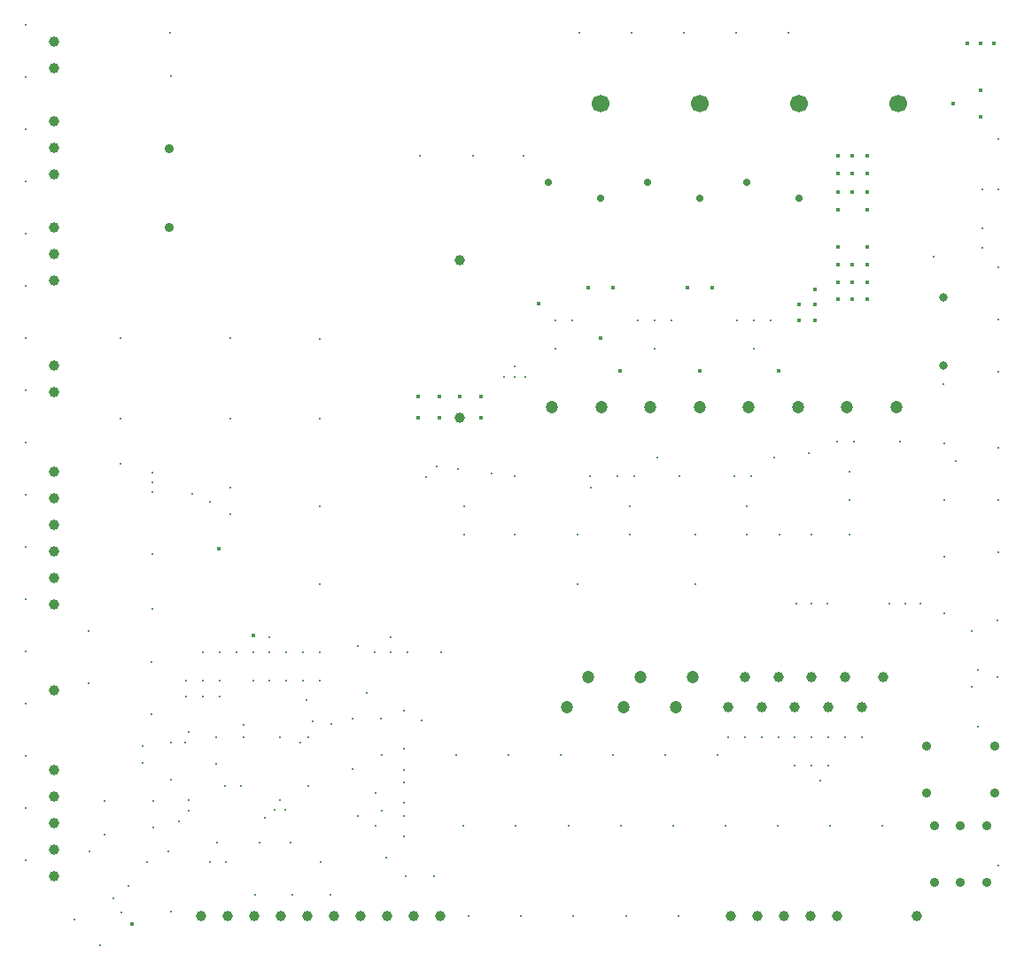
<source format=gbr>
%TF.GenerationSoftware,KiCad,Pcbnew,8.0.2*%
%TF.CreationDate,2024-05-14T20:48:34+07:00*%
%TF.ProjectId,HW.ACIM-INV,48572e41-4349-44d2-9d49-4e562e6b6963,0.0*%
%TF.SameCoordinates,Original*%
%TF.FileFunction,Plated,1,4,PTH,Drill*%
%TF.FilePolarity,Positive*%
%FSLAX46Y46*%
G04 Gerber Fmt 4.6, Leading zero omitted, Abs format (unit mm)*
G04 Created by KiCad (PCBNEW 8.0.2) date 2024-05-14 20:48:34*
%MOMM*%
%LPD*%
G01*
G04 APERTURE LIST*
%TA.AperFunction,ViaDrill*%
%ADD10C,0.300000*%
%TD*%
%TA.AperFunction,ViaDrill*%
%ADD11C,0.400000*%
%TD*%
%TA.AperFunction,ComponentDrill*%
%ADD12C,0.700000*%
%TD*%
%TA.AperFunction,ComponentDrill*%
%ADD13C,0.800000*%
%TD*%
%TA.AperFunction,ComponentDrill*%
%ADD14C,0.900000*%
%TD*%
%TA.AperFunction,ComponentDrill*%
%ADD15C,1.000000*%
%TD*%
%TA.AperFunction,ComponentDrill*%
%ADD16C,1.200000*%
%TD*%
%TA.AperFunction,ComponentDrill*%
%ADD17C,1.700000*%
%TD*%
G04 APERTURE END LIST*
D10*
X98725000Y-43750100D03*
X98725000Y-48750100D03*
X98725000Y-53750100D03*
X98725000Y-58750100D03*
X98725000Y-63750100D03*
X98725000Y-68750100D03*
X98725000Y-73750100D03*
X98725000Y-78750100D03*
X98725000Y-83750100D03*
X98725000Y-88750100D03*
X98725000Y-93750100D03*
X98725000Y-98750100D03*
X98725000Y-103750100D03*
X98725000Y-108750100D03*
X98725000Y-113750100D03*
X98725000Y-118750100D03*
X98725000Y-123750100D03*
X103325000Y-129350100D03*
X104725000Y-101750100D03*
X104725000Y-106750100D03*
X104818700Y-122845100D03*
X105825000Y-131850100D03*
X106218700Y-118045100D03*
X106218700Y-121245100D03*
X107118700Y-127345100D03*
X107750000Y-85775200D03*
X107775000Y-73725000D03*
X107775000Y-81425000D03*
X107818700Y-128745100D03*
X108518700Y-126145100D03*
X109843700Y-112775100D03*
X109843700Y-114375100D03*
X110293700Y-123850100D03*
X110725000Y-104750100D03*
X110725000Y-109750100D03*
X110800000Y-86650200D03*
X110800000Y-87550200D03*
X110800000Y-88450200D03*
X110800000Y-94450200D03*
X110800000Y-99650200D03*
X110918700Y-118045100D03*
X110918700Y-120545100D03*
X112318700Y-122845100D03*
X112515000Y-44535000D03*
X112543700Y-112475100D03*
X112543700Y-115975100D03*
X112565000Y-48685000D03*
X112618700Y-128645100D03*
X113368700Y-119975100D03*
X113968700Y-112475100D03*
X114018700Y-106525100D03*
X114018700Y-108050100D03*
X114268700Y-111475100D03*
X114268700Y-117975100D03*
X114268700Y-118975100D03*
X114650000Y-88675200D03*
X115618700Y-103825100D03*
X115618700Y-106525100D03*
X115618700Y-108050100D03*
X116268700Y-123900100D03*
X116300000Y-89450200D03*
X116868700Y-111975100D03*
X116868700Y-114475100D03*
X117018700Y-122025100D03*
X117218700Y-103825100D03*
X117218700Y-106525100D03*
X117218700Y-108050100D03*
X117768700Y-116625100D03*
X117868700Y-123900100D03*
X118225000Y-73775000D03*
X118225000Y-81475000D03*
X118250000Y-88025200D03*
X118250000Y-90625200D03*
X118818700Y-103825100D03*
X119268700Y-116625100D03*
X119518700Y-110750100D03*
X119518700Y-111950100D03*
X120418700Y-103825100D03*
X120418700Y-106525100D03*
X120668700Y-127050100D03*
X121018700Y-122025100D03*
X121518700Y-119675100D03*
X122018700Y-102400100D03*
X122018700Y-103825100D03*
X122018700Y-106525100D03*
X122518700Y-118925100D03*
X123018700Y-111950100D03*
X123018700Y-117925100D03*
X123518700Y-118925100D03*
X123618700Y-103825100D03*
X123618700Y-106525100D03*
X124018700Y-122025100D03*
X124168700Y-127050100D03*
X124968700Y-112475100D03*
X125218700Y-103825100D03*
X125218700Y-106525100D03*
X125518700Y-108425100D03*
X125668700Y-111975100D03*
X125668700Y-116625100D03*
X126118700Y-110445100D03*
X126818700Y-103825100D03*
X126818700Y-106525100D03*
X126825000Y-73825000D03*
X126825000Y-81425000D03*
X126825000Y-89875000D03*
X126825000Y-97275000D03*
X126918700Y-123850100D03*
X127818700Y-127050100D03*
X127868700Y-110675100D03*
X129968700Y-110175100D03*
X129968700Y-114975100D03*
X130418700Y-103225100D03*
X130418700Y-119450100D03*
X131318700Y-107675100D03*
X132018700Y-103825100D03*
X132168700Y-117275100D03*
X132168700Y-120375100D03*
X132668700Y-110175100D03*
X132718700Y-113600100D03*
X132718700Y-118950100D03*
X133168700Y-123450100D03*
X133618700Y-102350100D03*
X133618700Y-103825100D03*
X134818700Y-109375100D03*
X134818700Y-113050100D03*
X134818700Y-115050100D03*
X134818700Y-116250100D03*
X134818700Y-118250100D03*
X134818700Y-119450100D03*
X134818700Y-121450100D03*
X135018700Y-125250100D03*
X135218700Y-103825100D03*
X136365000Y-56285000D03*
X136568700Y-110325100D03*
X136972811Y-87025715D03*
X137718700Y-125250100D03*
X137975000Y-86000000D03*
X138418700Y-103825100D03*
X139825000Y-113650100D03*
X140025000Y-86250000D03*
X140561100Y-120450100D03*
X140625000Y-89875000D03*
X140625000Y-92575000D03*
X141061100Y-129050100D03*
X141465000Y-56285000D03*
X143225000Y-86725000D03*
X144425000Y-77450000D03*
X144825000Y-113650100D03*
X145425000Y-76450000D03*
X145425000Y-77450000D03*
X145425000Y-86975000D03*
X145475000Y-92575000D03*
X145561100Y-120450100D03*
X146061100Y-129050100D03*
X146315000Y-56285000D03*
X146425000Y-77450000D03*
X149325000Y-72060000D03*
X149325000Y-74760000D03*
X149825000Y-113650100D03*
X150561100Y-120450100D03*
X150925000Y-72060000D03*
X151061100Y-129050100D03*
X151425000Y-92575000D03*
X151475000Y-97275000D03*
X151637500Y-44530000D03*
X152625000Y-86975000D03*
X152675715Y-88077189D03*
X154825000Y-113650100D03*
X155225000Y-86975000D03*
X155561100Y-120450100D03*
X156061100Y-129050100D03*
X156425000Y-89875000D03*
X156425000Y-92575000D03*
X156637500Y-44530000D03*
X156825000Y-86975000D03*
X157225000Y-72060000D03*
X158825000Y-72060000D03*
X158825000Y-74760000D03*
X159025000Y-85225000D03*
X159825000Y-113650100D03*
X160425000Y-72060000D03*
X160561100Y-120450100D03*
X161061100Y-129050100D03*
X161225000Y-86975000D03*
X161637500Y-44530000D03*
X162725000Y-92575000D03*
X162725000Y-97275000D03*
X164825000Y-113650100D03*
X165561100Y-120450100D03*
X165825000Y-111950000D03*
X166425000Y-86975000D03*
X166637500Y-44530000D03*
X166725000Y-72060000D03*
X167425000Y-111950000D03*
X167625000Y-89875000D03*
X167625000Y-92575000D03*
X168025000Y-86975000D03*
X168325000Y-72060000D03*
X168325000Y-74760000D03*
X169025000Y-111950000D03*
X169925000Y-72060000D03*
X170225000Y-85175000D03*
X170561100Y-120450100D03*
X170625000Y-111950000D03*
X170725000Y-92575000D03*
X171637500Y-44530000D03*
X172225000Y-111950000D03*
X172225000Y-114650000D03*
X172337500Y-99155000D03*
X173575000Y-84775000D03*
X173825000Y-92575000D03*
X173825000Y-111950000D03*
X173825000Y-114675000D03*
X173837500Y-99155000D03*
X173837500Y-99155000D03*
X174625000Y-116075000D03*
X175337500Y-99155000D03*
X175425000Y-111950000D03*
X175425000Y-114650000D03*
X175561100Y-120450100D03*
X176225000Y-83650000D03*
X177025000Y-111950000D03*
X177425000Y-86575100D03*
X177425000Y-89275000D03*
X177475000Y-92575000D03*
X177825000Y-83650000D03*
X178625000Y-111950000D03*
X180561100Y-120450100D03*
X181237500Y-99155000D03*
X182225000Y-83650000D03*
X182737500Y-99155000D03*
X184237500Y-99155000D03*
X185462500Y-65955000D03*
X186415000Y-78185000D03*
X186487500Y-83855000D03*
X186487500Y-89255000D03*
X186487500Y-94655000D03*
X186487500Y-100055000D03*
X187587500Y-85555000D03*
X189112500Y-101755000D03*
X189112500Y-107155000D03*
X189687500Y-105505000D03*
X189687500Y-110905000D03*
X190137500Y-65155000D03*
X190162500Y-59555000D03*
X190162500Y-63255000D03*
X191612500Y-100755000D03*
X191612500Y-106155000D03*
X191637500Y-54680000D03*
X191637500Y-59530000D03*
X191637500Y-66955000D03*
X191637500Y-71955000D03*
X191637500Y-76955000D03*
X191637500Y-84255000D03*
X191637500Y-89255000D03*
X191637500Y-94255000D03*
X191637500Y-124255000D03*
D11*
X108900000Y-129805200D03*
X117150000Y-93905200D03*
X120418700Y-102200100D03*
X136225000Y-79350000D03*
X136225000Y-81350000D03*
X138225000Y-79350000D03*
X138225000Y-81350000D03*
X140225000Y-79350000D03*
X142225000Y-79350000D03*
X142225000Y-81350000D03*
X147725000Y-70450100D03*
X152425000Y-68940000D03*
X153625000Y-73790000D03*
X154825000Y-68940000D03*
X155475000Y-76850000D03*
X161925000Y-68940000D03*
X163125000Y-76850000D03*
X164325000Y-68940000D03*
X170625000Y-76850000D03*
X172625000Y-70560000D03*
X172625000Y-72060000D03*
X174125000Y-69060000D03*
X174125000Y-70560000D03*
X174125000Y-72060000D03*
X176312500Y-56305000D03*
X176312500Y-58005000D03*
X176312500Y-59805000D03*
X176312500Y-61505000D03*
X176312500Y-65005000D03*
X176312500Y-66705000D03*
X176312500Y-68405000D03*
X176312500Y-70005000D03*
X177712500Y-56305000D03*
X177712500Y-58005000D03*
X177712500Y-59805000D03*
X177712500Y-66705000D03*
X177712500Y-68405000D03*
X177712500Y-70005000D03*
X179112500Y-56305000D03*
X179112500Y-58005000D03*
X179112500Y-59805000D03*
X179112500Y-61505000D03*
X179112500Y-65005000D03*
X179112500Y-66705000D03*
X179112500Y-68405000D03*
X179112500Y-70005000D03*
X187332000Y-51350000D03*
X188729000Y-45580000D03*
X189999000Y-45580000D03*
X189999000Y-50080000D03*
X189999000Y-52620000D03*
X191269000Y-45580000D03*
D12*
%TO.C,M3*%
X148625000Y-58850000D03*
X153625000Y-60350000D03*
%TO.C,M2*%
X158125000Y-58850000D03*
X163125000Y-60350000D03*
%TO.C,M1*%
X167625000Y-58850000D03*
X172625000Y-60350000D03*
D13*
%TO.C,BZ1*%
X186412500Y-69855000D03*
X186412500Y-76355000D03*
D14*
%TO.C,C75*%
X112450000Y-55678900D03*
X112450000Y-63178900D03*
%TO.C,BT1*%
X184811100Y-112800100D03*
X184811100Y-117300100D03*
%TO.C,SW1*%
X185561100Y-120450100D03*
X185561100Y-125850100D03*
X188061100Y-120450100D03*
X188061100Y-125850100D03*
X190561100Y-120450100D03*
X190561100Y-125850100D03*
%TO.C,BT1*%
X191311100Y-112800100D03*
X191311100Y-117300100D03*
D15*
%TO.C,J1*%
X101450000Y-45398900D03*
X101450000Y-47938900D03*
X101450000Y-53018900D03*
X101450000Y-55558900D03*
X101450000Y-58098900D03*
X101450000Y-63178900D03*
X101450000Y-65718900D03*
X101450000Y-68258900D03*
%TO.C,J4*%
X101450000Y-76415200D03*
X101450000Y-78955200D03*
X101450000Y-86575200D03*
X101450000Y-89115200D03*
X101450000Y-91655200D03*
X101450000Y-94195200D03*
X101450000Y-96735200D03*
X101450000Y-99275200D03*
%TO.C,J5*%
X101450000Y-107431100D03*
X101450000Y-115051100D03*
X101450000Y-117591100D03*
X101450000Y-120131100D03*
X101450000Y-122671100D03*
X101450000Y-125211100D03*
%TO.C,J6*%
X115458700Y-129050100D03*
X117998700Y-129050100D03*
X120538700Y-129050100D03*
X123078700Y-129050100D03*
X125618700Y-129050100D03*
X128158700Y-129050100D03*
X130698700Y-129050100D03*
X133238700Y-129050100D03*
X135778700Y-129050100D03*
X138318700Y-129050100D03*
%TO.C,C1*%
X140225000Y-66350000D03*
X140225000Y-81350000D03*
%TO.C,U1*%
X165825000Y-109050000D03*
%TO.C,J2*%
X166061100Y-129050100D03*
%TO.C,U1*%
X167425000Y-106150000D03*
%TO.C,J2*%
X168601100Y-129050100D03*
%TO.C,U1*%
X169025000Y-109050000D03*
X170625000Y-106150000D03*
%TO.C,J2*%
X171141100Y-129050100D03*
%TO.C,U1*%
X172225000Y-109050000D03*
%TO.C,J2*%
X173681100Y-129050100D03*
%TO.C,U1*%
X173825000Y-106150000D03*
X175425000Y-109050000D03*
%TO.C,J2*%
X176221100Y-129050100D03*
%TO.C,U1*%
X177025000Y-106150000D03*
X178625000Y-109050000D03*
X180625000Y-106150000D03*
%TO.C,J2*%
X183841100Y-129050100D03*
D16*
%TO.C,U1*%
X149025000Y-80350000D03*
X150425000Y-109050000D03*
X152425000Y-106150000D03*
X153725000Y-80350000D03*
X155825000Y-109050000D03*
X157425000Y-106150000D03*
X158425000Y-80350000D03*
X160825000Y-109050000D03*
X162425000Y-106150000D03*
X163125000Y-80350000D03*
X167825000Y-80350000D03*
X172525000Y-80350000D03*
X177225000Y-80350000D03*
X181925000Y-80350000D03*
D17*
%TO.C,J3*%
X153625000Y-51350000D03*
X163125000Y-51350000D03*
X172625000Y-51350000D03*
X182125000Y-51350000D03*
M02*

</source>
